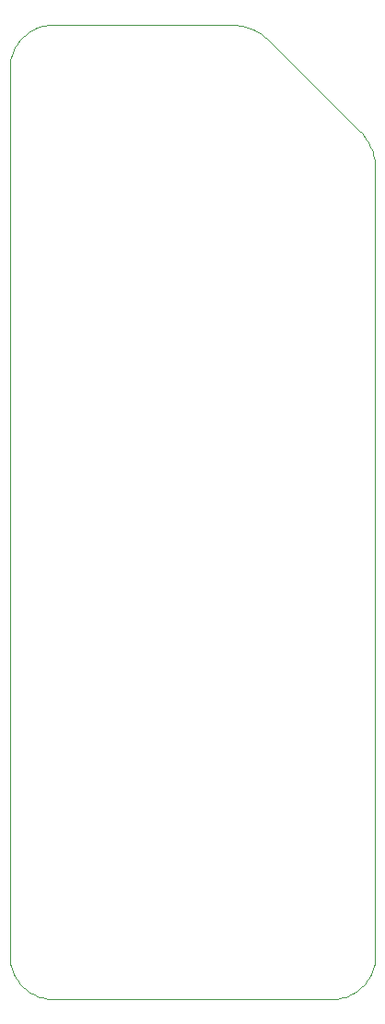
<source format=gm1>
G04*
G04 #@! TF.GenerationSoftware,Altium Limited,Altium Designer,21.0.9 (235)*
G04*
G04 Layer_Color=16711935*
%FSLAX25Y25*%
%MOIN*%
G70*
G04*
G04 #@! TF.SameCoordinates,E6591328-2649-4853-B355-67F2A4BCD0D5*
G04*
G04*
G04 #@! TF.FilePolarity,Positive*
G04*
G01*
G75*
%ADD12C,0.00394*%
D12*
X132874Y301300D02*
X132848Y302307D01*
X132769Y303310D01*
X132637Y304309D01*
X132454Y305299D01*
X132219Y306278D01*
X131933Y307244D01*
X131597Y308193D01*
X131211Y309123D01*
X130778Y310032D01*
X130297Y310917D01*
X129771Y311776D01*
X129201Y312606D01*
X128588Y313404D01*
X127934Y314170D01*
X127241Y314900D01*
X94401Y347713D02*
X93670Y348406D01*
X92904Y349060D01*
X92106Y349673D01*
X91276Y350243D01*
X90417Y350770D01*
X89532Y351250D01*
X88623Y351684D01*
X87693Y352069D01*
X86744Y352405D01*
X85778Y352691D01*
X84799Y352926D01*
X83809Y353110D01*
X82810Y353241D01*
X81807Y353320D01*
X80800Y353346D01*
X16339Y353346D02*
X15350Y353315D01*
X14365Y353222D01*
X13388Y353067D01*
X12422Y352852D01*
X11472Y352576D01*
X10541Y352241D01*
X9633Y351848D01*
X8752Y351398D01*
X7900Y350895D01*
X7082Y350339D01*
X6300Y349732D01*
X5558Y349078D01*
X4859Y348379D01*
X4205Y347637D01*
X3598Y346855D01*
X3042Y346037D01*
X2538Y345185D01*
X2089Y344304D01*
X1696Y343396D01*
X1361Y342465D01*
X1085Y341515D01*
X869Y340549D01*
X715Y339572D01*
X622Y338587D01*
X591Y337598D01*
Y16732D02*
X622Y15743D01*
X715Y14759D01*
X869Y13781D01*
X1085Y12816D01*
X1361Y11866D01*
X1696Y10935D01*
X2089Y10027D01*
X2538Y9146D01*
X3042Y8294D01*
X3598Y7476D01*
X4205Y6694D01*
X4859Y5952D01*
X5558Y5252D01*
X6300Y4598D01*
X7082Y3992D01*
X7900Y3436D01*
X8752Y2932D01*
X9633Y2483D01*
X10541Y2090D01*
X11472Y1755D01*
X12422Y1479D01*
X13388Y1263D01*
X14365Y1108D01*
X15350Y1015D01*
X16339Y984D01*
X117126Y984D02*
X118115Y1015D01*
X119100Y1108D01*
X120077Y1263D01*
X121042Y1479D01*
X121992Y1755D01*
X122923Y2090D01*
X123831Y2483D01*
X124713Y2932D01*
X125564Y3436D01*
X126382Y3992D01*
X127164Y4598D01*
X127906Y5252D01*
X128606Y5952D01*
X129260Y6694D01*
X129866Y7476D01*
X130422Y8294D01*
X130926Y9146D01*
X131375Y10027D01*
X131768Y10935D01*
X132103Y11866D01*
X132379Y12816D01*
X132595Y13781D01*
X132750Y14759D01*
X132843Y15743D01*
X132874Y16732D01*
X94401Y347713D02*
X127241Y314900D01*
X132874Y301300D02*
X132874Y16732D01*
X16339Y353346D02*
X80800D01*
X591Y16732D02*
Y337598D01*
X16339Y984D02*
X117126Y984D01*
M02*

</source>
